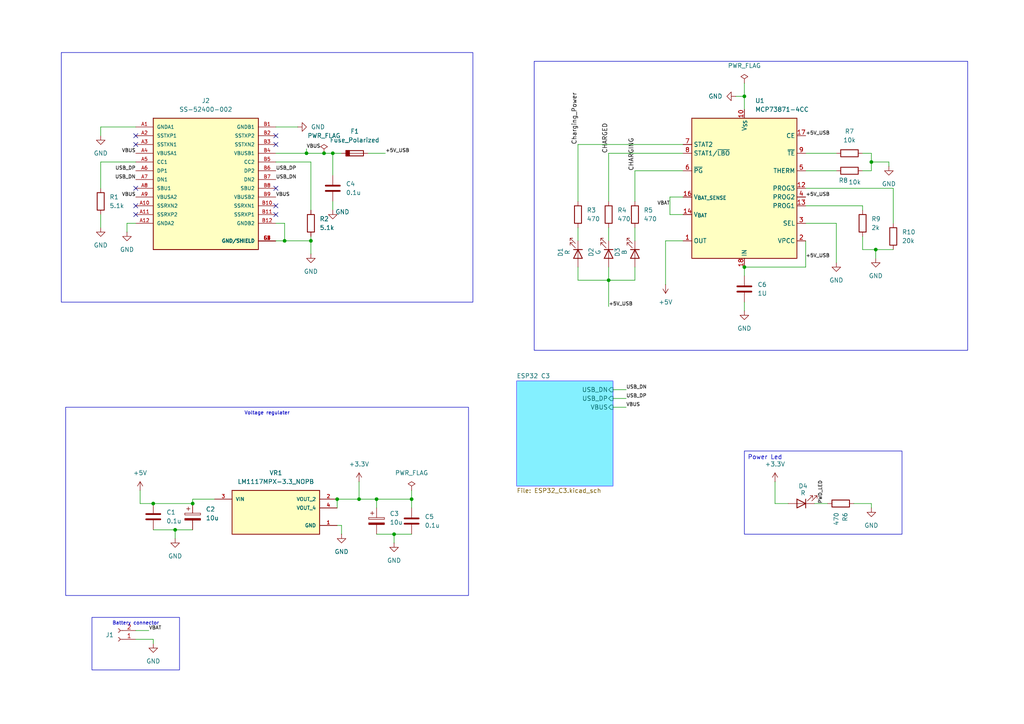
<source format=kicad_sch>
(kicad_sch (version 20250114) (generator "eeschema") (generator_version "9.0")
  (paper "A4")
  (title_block (title "ESp32  sensor boards") (date "2025-09-06"))
  (lib_symbols
    (symbol "Battery_Management:MCP73871-4CC"
      (property "Reference" "U" (at -7.62 24.13 0))
      (property "Value" "MCP73871-4CC" (at -15.24 21.59 0))
      (symbol "MCP73871-4CC_0_1"
        (rectangle (start -15.24 20.32) (end 15.24 -20.32) (stroke (width 0.254)) (fill (type background)))
      )
      (symbol "MCP73871-4CC_1_1"
        (pin input line (at -17.78 15.24 0) (length 2.54) (name "VPCC") (number "2"))
        (pin input line (at -17.78 10.16 0) (length 2.54) (name "SEL") (number "3"))
        (pin bidirectional line (at -17.78 5.08 0) (length 2.54) (name "PROG1") (number "13"))
        (pin input line (at -17.78 2.54 0) (length 2.54) (name "PROG2") (number "4"))
        (pin bidirectional line (at -17.78 0 0) (length 2.54) (name "PROG3") (number "12"))
        (pin bidirectional line (at -17.78 -5.08 0) (length 2.54) (name "THERM") (number "5"))
        (pin input line (at -17.78 -10.16 0) (length 2.54) (name "~{TE}") (number "9"))
        (pin input line (at -17.78 -15.24 0) (length 2.54) (name "CE") (number "17"))
        (pin power_in line (at 0 22.86 270) (length 2.54) (name "IN") (number "18"))
        (pin passive line (at 0 22.86 270) (length 2.54) (hide yes) (name "IN") (number "19"))
        (pin power_in line (at 0 -22.86 90) (length 2.54) (name "V_{SS}") (number "10"))
        (pin passive line (at 0 -22.86 90) (length 2.54) (hide yes) (name "V_{SS}") (number "11"))
        (pin passive line (at 0 -22.86 90) (length 2.54) (hide yes) (name "V_{SS}") (number "21"))
        (pin power_out line (at 17.78 15.24 180) (length 2.54) (name "OUT") (number "1"))
        (pin passive line (at 17.78 15.24 180) (length 2.54) (hide yes) (name "OUT") (number "20"))
        (pin power_out line (at 17.78 7.62 180) (length 2.54) (name "V_{BAT}") (number "14"))
        (pin passive line (at 17.78 7.62 180) (length 2.54) (hide yes) (name "V_{BAT}") (number "15"))
        (pin input line (at 17.78 2.54 180) (length 2.54) (name "V_{BAT_SENSE}") (number "16"))
        (pin open_collector line (at 17.78 -5.08 180) (length 2.54) (name "~{PG}") (number "6"))
        (pin open_collector line (at 17.78 -10.16 180) (length 2.54) (name "STAT1/~{LBO}") (number "8"))
        (pin open_collector line (at 17.78 -12.7 180) (length 2.54) (name "STAT2") (number "7"))
      )
    )
    (symbol "Connector:Conn_01x02_Socket" (pin_names (offset 1.016) (hide yes))
      (property "Reference" "J" (at 0 2.54 0))
      (property "Value" "Conn_01x02_Socket" (at 0 -5.08 0))
      (symbol "Conn_01x02_Socket_1_1"
        (polyline (pts (xy -1.27 0) (xy -0.508 0)) (stroke (width 0.1524)))
        (polyline (pts (xy -1.27 -2.54) (xy -0.508 -2.54)) (stroke (width 0.1524)))
        (arc (start 0 -0.508) (mid -0.5058 0) (end 0 0.508) (stroke (width 0.1524)))
        (arc (start 0 -3.048) (mid -0.5058 -2.54) (end 0 -2.032) (stroke (width 0.1524)))
        (pin passive line (at -5.08 0 0) (length 3.81) (name "Pin_1") (number "1"))
        (pin passive line (at -5.08 -2.54 0) (length 3.81) (name "Pin_2") (number "2"))
      )
    )
    (symbol "Device:C" (pin_numbers (hide yes)) (pin_names (offset 0.254))
      (property "Reference" "C" (at 0.635 2.54 0))
      (property "Value" "C" (at 0.635 -2.54 0))
      (symbol "C_0_1"
        (polyline (pts (xy -2.032 0.762) (xy 2.032 0.762)) (stroke (width 0.508)))
        (polyline (pts (xy -2.032 -0.762) (xy 2.032 -0.762)) (stroke (width 0.508)))
      )
      (symbol "C_1_1"
        (pin passive line (at 0 3.81 270) (length 2.794) (name "~") (number "1"))
        (pin passive line (at 0 -3.81 90) (length 2.794) (name "~") (number "2"))
      )
    )
    (symbol "Device:C_Polarized" (pin_numbers (hide yes)) (pin_names (offset 0.254))
      (property "Reference" "C" (at 0.635 2.54 0))
      (property "Value" "C_Polarized" (at 0.635 -2.54 0))
      (symbol "C_Polarized_0_1"
        (rectangle (start -2.286 0.508) (end 2.286 1.016))
        (polyline (pts (xy -1.778 2.286) (xy -0.762 2.286)))
        (polyline (pts (xy -1.27 2.794) (xy -1.27 1.778)))
        (rectangle (start 2.286 -0.508) (end -2.286 -1.016) (fill (type outline)))
      )
      (symbol "C_Polarized_1_1"
        (pin passive line (at 0 3.81 270) (length 2.794) (name "~") (number "1"))
        (pin passive line (at 0 -3.81 90) (length 2.794) (name "~") (number "2"))
      )
    )
    (symbol "Device:Fuse_Polarized" (pin_numbers (hide yes)) (pin_names (offset 0))
      (property "Reference" "F" (at 2.032 0 90))
      (property "Value" "Fuse_Polarized" (at -1.905 0 90))
      (symbol "Fuse_Polarized_0_1"
        (rectangle (start -0.762 2.54) (end 0.762 1.524) (stroke (width 0.254)) (fill (type outline)))
        (rectangle (start -0.762 -2.54) (end 0.762 2.54) (stroke (width 0.254)))
        (polyline (pts (xy 0 2.54) (xy 0 -2.54)))
      )
      (symbol "Fuse_Polarized_1_1"
        (pin power_in line (at 0 3.81 270) (length 1.27) (name "~") (number "1"))
        (pin power_out line (at 0 -3.81 90) (length 1.27) (name "~") (number "2"))
      )
    )
    (symbol "Device:LED" (pin_numbers (hide yes)) (pin_names (offset 1.016) (hide yes))
      (property "Reference" "D" (at 0 2.54 0))
      (property "Value" "LED" (at 0 -2.54 0))
      (symbol "LED_0_1"
        (polyline (pts (xy -3.048 -0.762) (xy -4.572 -2.286) (xy -3.81 -2.286) (xy -4.572 -2.286) (xy -4.572 -1.524)))
        (polyline (pts (xy -1.778 -0.762) (xy -3.302 -2.286) (xy -2.54 -2.286) (xy -3.302 -2.286) (xy -3.302 -1.524)))
        (polyline (pts (xy -1.27 0) (xy 1.27 0)))
        (polyline (pts (xy -1.27 -1.27) (xy -1.27 1.27)) (stroke (width 0.254)))
        (polyline (pts (xy 1.27 -1.27) (xy 1.27 1.27) (xy -1.27 0) (xy 1.27 -1.27)) (stroke (width 0.254)))
      )
      (symbol "LED_1_1"
        (pin passive line (at -3.81 0 0) (length 2.54) (name "K") (number "1"))
        (pin passive line (at 3.81 0 180) (length 2.54) (name "A") (number "2"))
      )
    )
    (symbol "Device:R" (pin_numbers (hide yes)) (pin_names (offset 0))
      (property "Reference" "R" (at 2.032 0 90))
      (property "Value" "R" (at 0 0 90))
      (symbol "R_0_1"
        (rectangle (start -1.016 -2.54) (end 1.016 2.54) (stroke (width 0.254)))
      )
      (symbol "R_1_1"
        (pin passive line (at 0 3.81 270) (length 1.27) (name "~") (number "1"))
        (pin passive line (at 0 -3.81 90) (length 1.27) (name "~") (number "2"))
      )
    )
    (symbol "LM1117MPX-3.3_NOPB:LM1117MPX-3.3_NOPB" (pin_names (offset 1.016))
      (property "Reference" "VR" (at -12.7 6.08 0))
      (property "Value" "LM1117MPX-3.3_NOPB" (at -12.7 -9.08 0))
      (symbol "LM1117MPX-3.3_NOPB_0_0"
        (rectangle (start -12.7 -7.62) (end 12.7 5.08) (stroke (width 0.254)) (fill (type background)))
        (pin input line (at -17.78 2.54 0) (length 5.08) (name "VIN") (number "3"))
        (pin output line (at 17.78 2.54 180) (length 5.08) (name "VOUT_2") (number "2"))
        (pin output line (at 17.78 0 180) (length 5.08) (name "VOUT_4") (number "4"))
        (pin power_in line (at 17.78 -5.08 180) (length 5.08) (name "GND") (number "1"))
      )
    )
    (symbol "SS-52400-002:SS-52400-002" (pin_names (offset 1.016))
      (property "Reference" "J" (at -15.24 19.05 0))
      (property "Value" "SS-52400-002" (at -15.24 -22.86 0))
      (symbol "SS-52400-002_0_0"
        (rectangle (start -15.24 -20.32) (end 15.24 17.78) (stroke (width 0.254)) (fill (type background)))
        (pin power_in line (at -20.32 15.24 0) (length 5.08) (name "GNDA1") (number "A1"))
        (pin bidirectional line (at -20.32 12.7 0) (length 5.08) (name "SSTXP1") (number "A2"))
        (pin bidirectional line (at -20.32 10.16 0) (length 5.08) (name "SSTXN1") (number "A3"))
        (pin power_in line (at -20.32 7.62 0) (length 5.08) (name "VBUSA1") (number "A4"))
        (pin bidirectional line (at -20.32 5.08 0) (length 5.08) (name "CC1") (number "A5"))
        (pin bidirectional line (at -20.32 2.54 0) (length 5.08) (name "DP1") (number "A6"))
        (pin bidirectional line (at -20.32 0 0) (length 5.08) (name "DN1") (number "A7"))
        (pin bidirectional line (at -20.32 -2.54 0) (length 5.08) (name "SBU1") (number "A8"))
        (pin power_in line (at -20.32 -5.08 0) (length 5.08) (name "VBUSA2") (number "A9"))
        (pin bidirectional line (at -20.32 -7.62 0) (length 5.08) (name "SSRXN2") (number "A10"))
        (pin bidirectional line (at -20.32 -10.16 0) (length 5.08) (name "SSRXP2") (number "A11"))
        (pin power_in line (at -20.32 -12.7 0) (length 5.08) (name "GNDA2") (number "A12"))
        (pin power_in line (at 20.32 15.24 180) (length 5.08) (name "GNDB1") (number "B1"))
        (pin bidirectional line (at 20.32 12.7 180) (length 5.08) (name "SSTXP2") (number "B2"))
        (pin bidirectional line (at 20.32 10.16 180) (length 5.08) (name "SSTXN2") (number "B3"))
        (pin power_in line (at 20.32 7.62 180) (length 5.08) (name "VBUSB1") (number "B4"))
        (pin bidirectional line (at 20.32 5.08 180) (length 5.08) (name "CC2") (number "B5"))
        (pin bidirectional line (at 20.32 2.54 180) (length 5.08) (name "DP2") (number "B6"))
        (pin bidirectional line (at 20.32 0 180) (length 5.08) (name "DN2") (number "B7"))
        (pin bidirectional line (at 20.32 -2.54 180) (length 5.08) (name "SBU2") (number "B8"))
        (pin power_in line (at 20.32 -5.08 180) (length 5.08) (name "VBUSB2") (number "B9"))
        (pin bidirectional line (at 20.32 -7.62 180) (length 5.08) (name "SSRXN1") (number "B10"))
        (pin bidirectional line (at 20.32 -10.16 180) (length 5.08) (name "SSRXP1") (number "B11"))
        (pin power_in line (at 20.32 -12.7 180) (length 5.08) (name "GNDB2") (number "B12"))
        (pin power_in line (at 20.32 -17.78 180) (length 5.08) (name "GND/SHIELD") (number "G1"))
        (pin power_in line (at 20.32 -17.78 180) (length 5.08) (name "GND/SHIELD") (number "G2"))
        (pin power_in line (at 20.32 -17.78 180) (length 5.08) (name "GND/SHIELD") (number "G3"))
        (pin power_in line (at 20.32 -17.78 180) (length 5.08) (name "GND/SHIELD") (number "G4"))
        (pin power_in line (at 20.32 -17.78 180) (length 5.08) (name "GND/SHIELD") (number "S1"))
        (pin power_in line (at 20.32 -17.78 180) (length 5.08) (name "GND/SHIELD") (number "S2"))
        (pin power_in line (at 20.32 -17.78 180) (length 5.08) (name "GND/SHIELD") (number "S3"))
        (pin power_in line (at 20.32 -17.78 180) (length 5.08) (name "GND/SHIELD") (number "S4"))
      )
    )
    (symbol "power:+3.3V" (power) (pin_numbers (hide yes)) (pin_names (offset 0) (hide yes))
      (property "Value" "+3.3V" (at 0 3.556 0))
      (symbol "+3.3V_0_1"
        (polyline (pts (xy -0.762 1.27) (xy 0 2.54)))
        (polyline (pts (xy 0 2.54) (xy 0.762 1.27)))
        (polyline (pts (xy 0 0) (xy 0 2.54)))
      )
      (symbol "+3.3V_1_1"
        (pin power_in line (at 0 0 90) (length 0) (name "~") (number "1"))
      )
    )
    (symbol "power:+5V" (power) (pin_numbers (hide yes)) (pin_names (offset 0) (hide yes))
      (property "Value" "+5V" (at 0 3.556 0))
      (symbol "+5V_0_1"
        (polyline (pts (xy -0.762 1.27) (xy 0 2.54)))
        (polyline (pts (xy 0 2.54) (xy 0.762 1.27)))
        (polyline (pts (xy 0 0) (xy 0 2.54)))
      )
      (symbol "+5V_1_1"
        (pin power_in line (at 0 0 90) (length 0) (name "~") (number "1"))
      )
    )
    (symbol "power:GND" (power) (pin_numbers (hide yes)) (pin_names (offset 0) (hide yes))
      (property "Value" "GND" (at 0 -3.81 0))
      (symbol "GND_0_1"
        (polyline (pts (xy 0 0) (xy 0 -1.27) (xy 1.27 -1.27) (xy 0 -2.54) (xy -1.27 -1.27) (xy 0 -1.27)))
      )
      (symbol "GND_1_1"
        (pin power_in line (at 0 0 270) (length 0) (name "~") (number "1"))
      )
    )
    (symbol "power:PWR_FLAG" (power) (pin_numbers (hide yes)) (pin_names (offset 0) (hide yes))
      (property "Value" "PWR_FLAG" (at 0 3.81 0))
      (symbol "PWR_FLAG_0_0"
        (pin power_out line (at 0 0 90) (length 0) (name "~") (number "1"))
      )
      (symbol "PWR_FLAG_0_1"
        (polyline (pts (xy 0 0) (xy 0 1.27) (xy -1.016 1.905) (xy 0 2.54) (xy 1.016 1.905) (xy 0 1.27)))
      )
    )
  )
  (text_box "Power Led " (at 215.9 130.81 0) (size 45.72 24.13) (margins 0.9525 0.9525 0.9525 0.9525) (effects (font (size 1.27 1.27)) (justify left top)))
  (text_box "Voltage regulater" (at 19.05 118.11 0) (size 116.84 54.61) (margins 0.9525 0.9525 0.9525 0.9525) (effects (font (size 1 1)) (justify top)))
  (text_box "Battery connector" (exclude_from_sim yes) (at 26.67 179.07 0) (size 25.4 15.24) (margins 0.9525 0.9525 0.9525 0.9525) (effects (font (size 1 1)) (justify top)))
  (text_box "" (at 154.94 17.78 0) (size 125.73 83.82) (margins 0.9525 0.9525 0.9525 0.9525) (effects (font (size 1.27 1.27)) (justify left top)))
  (text_box "" (at 17.78 15.24 0) (size 119.38 72.39) (margins 0.9525 0.9525 0.9525 0.9525) (effects (font (size 1.27 1.27)) (justify left top)))
  (junction (at 254 72.39))
  (junction (at 90.17 69.85))
  (junction (at 114.3 154.94))
  (junction (at 93.98 44.45))
  (junction (at 215.9 27.94))
  (junction (at 176.53 81.28))
  (junction (at 215.9 77.47))
  (junction (at 97.79 144.78))
  (junction (at 96.52 44.45))
  (junction (at 82.55 69.85))
  (junction (at 119.38 144.78))
  (junction (at 88.9 44.45))
  (junction (at 109.22 144.78))
  (junction (at 252.73 46.99))
  (junction (at 50.8 153.67))
  (junction (at 44.45 146.05))
  (junction (at 55.88 146.05))
  (junction (at 104.14 144.78))
  (no_connect (at 39.37 41.91))
  (no_connect (at 80.01 41.91))
  (no_connect (at 80.01 54.61))
  (no_connect (at 39.37 39.37))
  (no_connect (at 80.01 39.37))
  (no_connect (at 39.37 62.23))
  (no_connect (at 80.01 62.23))
  (no_connect (at 39.37 59.69))
  (no_connect (at 80.01 59.69))
  (no_connect (at 39.37 54.61))
  (wire (pts (xy 99.06 152.4) (xy 99.06 154.94)))
  (wire (pts (xy 176.53 81.28) (xy 176.53 88.9)))
  (wire (pts (xy 96.52 58.42) (xy 96.52 60.96)))
  (wire (pts (xy 104.14 139.7) (xy 104.14 144.78)))
  (wire (pts (xy 242.57 64.77) (xy 242.57 76.2)))
  (wire (pts (xy 39.37 185.42) (xy 44.45 185.42)))
  (wire (pts (xy 88.9 43.18) (xy 88.9 44.45)))
  (wire (pts (xy 233.68 64.77) (xy 242.57 64.77)))
  (wire (pts (xy 119.38 144.78) (xy 109.22 144.78)))
  (wire (pts (xy 177.8 113.03) (xy 181.61 113.03)))
  (wire (pts (xy 215.9 27.94) (xy 213.36 27.94)))
  (wire (pts (xy 96.52 44.45) (xy 96.52 50.8)))
  (wire (pts (xy 88.9 44.45) (xy 93.98 44.45)))
  (wire (pts (xy 90.17 60.96) (xy 90.17 46.99)))
  (wire (pts (xy 254 72.39) (xy 250.19 72.39)))
  (wire (pts (xy 254 72.39) (xy 254 74.93)))
  (wire (pts (xy 29.21 46.99) (xy 39.37 46.99)))
  (wire (pts (xy 97.79 144.78) (xy 97.79 147.32)))
  (wire (pts (xy 252.73 49.53) (xy 252.73 46.99)))
  (wire (pts (xy 176.53 77.47) (xy 176.53 81.28)))
  (wire (pts (xy 250.19 68.58) (xy 250.19 72.39)))
  (wire (pts (xy 167.64 41.91) (xy 198.12 41.91)))
  (wire (pts (xy 40.64 146.05) (xy 44.45 146.05)))
  (wire (pts (xy 97.79 144.78) (xy 104.14 144.78)))
  (wire (pts (xy 55.88 144.78) (xy 55.88 146.05)))
  (wire (pts (xy 82.55 64.77) (xy 82.55 69.85)))
  (wire (pts (xy 80.01 44.45) (xy 88.9 44.45)))
  (wire (pts (xy 82.55 69.85) (xy 90.17 69.85)))
  (wire (pts (xy 29.21 62.23) (xy 29.21 66.04)))
  (wire (pts (xy 233.68 49.53) (xy 242.57 49.53)))
  (wire (pts (xy 252.73 46.99) (xy 252.73 44.45)))
  (wire (pts (xy 62.23 144.78) (xy 55.88 144.78)))
  (wire (pts (xy 114.3 154.94) (xy 119.38 154.94)))
  (wire (pts (xy 215.9 77.47) (xy 233.68 77.47)))
  (wire (pts (xy 193.04 69.85) (xy 193.04 82.55)))
  (wire (pts (xy 90.17 68.58) (xy 90.17 69.85)))
  (wire (pts (xy 167.64 77.47) (xy 167.64 81.28)))
  (wire (pts (xy 252.73 146.05) (xy 252.73 147.32)))
  (wire (pts (xy 254 72.39) (xy 259.08 72.39)))
  (wire (pts (xy 177.8 118.11) (xy 181.61 118.11)))
  (wire (pts (xy 44.45 185.42) (xy 44.45 186.69)))
  (wire (pts (xy 36.83 64.77) (xy 39.37 64.77)))
  (wire (pts (xy 119.38 142.24) (xy 119.38 144.78)))
  (wire (pts (xy 257.81 48.26) (xy 257.81 46.99)))
  (wire (pts (xy 119.38 147.32) (xy 119.38 144.78)))
  (wire (pts (xy 29.21 36.83) (xy 39.37 36.83)))
  (wire (pts (xy 106.68 44.45) (xy 111.76 44.45)))
  (wire (pts (xy 29.21 54.61) (xy 29.21 46.99)))
  (wire (pts (xy 167.64 66.04) (xy 167.64 69.85)))
  (wire (pts (xy 215.9 24.13) (xy 215.9 27.94)))
  (wire (pts (xy 90.17 69.85) (xy 90.17 73.66)))
  (wire (pts (xy 167.64 81.28) (xy 176.53 81.28)))
  (wire (pts (xy 215.9 31.75) (xy 215.9 27.94)))
  (wire (pts (xy 90.17 46.99) (xy 80.01 46.99)))
  (wire (pts (xy 109.22 144.78) (xy 104.14 144.78)))
  (wire (pts (xy 50.8 153.67) (xy 50.8 156.21)))
  (wire (pts (xy 259.08 64.77) (xy 259.08 54.61)))
  (wire (pts (xy 215.9 87.63) (xy 215.9 90.17)))
  (wire (pts (xy 177.8 115.57) (xy 181.61 115.57)))
  (wire (pts (xy 233.68 44.45) (xy 242.57 44.45)))
  (wire (pts (xy 198.12 62.23) (xy 194.31 62.23)))
  (wire (pts (xy 176.53 44.45) (xy 198.12 44.45)))
  (wire (pts (xy 40.64 142.24) (xy 40.64 146.05)))
  (wire (pts (xy 36.83 67.31) (xy 36.83 64.77)))
  (wire (pts (xy 184.15 49.53) (xy 198.12 49.53)))
  (wire (pts (xy 109.22 154.94) (xy 114.3 154.94)))
  (wire (pts (xy 93.98 44.45) (xy 96.52 44.45)))
  (wire (pts (xy 29.21 39.37) (xy 29.21 36.83)))
  (wire (pts (xy 252.73 44.45) (xy 250.19 44.45)))
  (wire (pts (xy 194.31 57.15) (xy 198.12 57.15)))
  (wire (pts (xy 80.01 69.85) (xy 82.55 69.85)))
  (wire (pts (xy 198.12 69.85) (xy 193.04 69.85)))
  (wire (pts (xy 184.15 77.47) (xy 184.15 81.28)))
  (wire (pts (xy 250.19 49.53) (xy 252.73 49.53)))
  (wire (pts (xy 184.15 58.42) (xy 184.15 49.53)))
  (wire (pts (xy 233.68 59.69) (xy 250.19 59.69)))
  (wire (pts (xy 39.37 182.88) (xy 43.18 182.88)))
  (wire (pts (xy 259.08 54.61) (xy 233.68 54.61)))
  (wire (pts (xy 233.68 69.85) (xy 233.68 77.47)))
  (wire (pts (xy 44.45 153.67) (xy 50.8 153.67)))
  (wire (pts (xy 50.8 153.67) (xy 55.88 153.67)))
  (wire (pts (xy 80.01 36.83) (xy 86.36 36.83)))
  (wire (pts (xy 114.3 154.94) (xy 114.3 157.48)))
  (wire (pts (xy 176.53 44.45) (xy 176.53 58.42)))
  (wire (pts (xy 257.81 46.99) (xy 252.73 46.99)))
  (wire (pts (xy 176.53 81.28) (xy 184.15 81.28)))
  (wire (pts (xy 215.9 77.47) (xy 215.9 80.01)))
  (wire (pts (xy 176.53 66.04) (xy 176.53 69.85)))
  (wire (pts (xy 247.65 146.05) (xy 252.73 146.05)))
  (wire (pts (xy 250.19 59.69) (xy 250.19 60.96)))
  (wire (pts (xy 184.15 66.04) (xy 184.15 69.85)))
  (wire (pts (xy 228.6 146.05) (xy 224.79 146.05)))
  (wire (pts (xy 97.79 152.4) (xy 99.06 152.4)))
  (wire (pts (xy 224.79 139.7) (xy 224.79 146.05)))
  (wire (pts (xy 96.52 44.45) (xy 99.06 44.45)))
  (wire (pts (xy 236.22 146.05) (xy 240.03 146.05)))
  (wire (pts (xy 109.22 144.78) (xy 109.22 147.32)))
  (wire (pts (xy 80.01 64.77) (xy 82.55 64.77)))
  (wire (pts (xy 167.64 58.42) (xy 167.64 41.91)))
  (wire (pts (xy 44.45 146.05) (xy 55.88 146.05)))
  (wire (pts (xy 194.31 62.23) (xy 194.31 57.15)))
  (label "USB_DP" (at 181.61 115.57 0) (effects (font (size 1 1))))
  (label "+5V_USB" (at 233.68 74.93 0) (effects (font (size 1 1))))
  (label "USB_DP" (at 39.37 49.53 180) (effects (font (size 1 1))))
  (label "+5V_USB" (at 233.68 57.15 0) (effects (font (size 1 1))))
  (label "VBAT" (at 194.31 59.69 180) (effects (font (size 1 1))))
  (label "VBUS" (at 39.37 57.15 180) (effects (font (size 1 1))))
  (label "+5V_USB" (at 176.53 88.9 0) (effects (font (size 1 1))))
  (label "VBUS" (at 80.01 57.15 0) (effects (font (size 1 1))))
  (label "CHARGED" (at 176.53 44.45 90))
  (label "USB_DN" (at 39.37 52.07 180) (effects (font (size 1 1))))
  (label "Charging_Power" (at 167.64 41.91 90))
  (label "VBUS" (at 181.61 118.11 0) (effects (font (size 1 1))))
  (label "VBUS" (at 88.9 43.18 0) (effects (font (size 1 1))))
  (label "CHARGING" (at 184.15 49.53 90))
  (label "USB_DN" (at 181.61 113.03 0) (effects (font (size 1 1))))
  (label "+5V_USB" (at 111.76 44.45 0) (effects (font (size 1 1))))
  (label "USB_DP" (at 80.01 49.53 0) (effects (font (size 1 1))))
  (label "+5V_USB" (at 233.68 39.37 0) (effects (font (size 1 1))))
  (label "PWD_LED" (at 238.76 146.05 90) (effects (font (size 1 1))))
  (label "VBUS" (at 39.37 44.45 180) (effects (font (size 1 1))))
  (label "VBAT" (at 43.18 182.88 0) (effects (font (size 1 1))))
  (label "USB_DN" (at 80.01 52.07 0) (effects (font (size 1 1))))
  (symbol (lib_id "power:PWR_FLAG") (at 215.9 24.13 0) (unit 1)
    (property "Reference" "#FLG0102" (effects (hide yes)))
    (property "Value" "PWR_FLAG" (at 215.9 19.05 0))
    (property "Description" "Special symbol for telling ERC where power comes from" (effects (hide yes)))
  )
  (symbol (lib_id "power:+3.3V") (at 104.14 139.7 0) (unit 1)
    (property "Reference" "#PWR0110" (effects (hide yes)))
    (property "Value" "+3.3V" (at 104.14 134.62 0))
    (property "Description" "Power symbol creates a global label with name \"+3.3V\"" (effects (hide yes)))
  )
  (symbol (lib_id "Device:LED") (at 232.41 146.05 180) (unit 1)
    (property "Reference" "D4" (at 232.918 140.97 0))
    (property "Value" "R" (at 232.918 143.002 0))
    (property "Footprint" "LED_SMD:LED_0805_2012Metric" (effects (hide yes)))
    (property "Description" "Light emitting diode" (effects (hide yes)))
    (property "Sim.Pins" "1=K 2=A" (effects (hide yes)))
  )
  (symbol (lib_id "Device:R") (at 29.21 58.42 0) (unit 1)
    (property "Reference" "R1" (at 31.75 57.1499 0) (effects (justify left)))
    (property "Value" "5.1k" (at 31.75 59.6899 0) (effects (justify left)))
    (property "Footprint" "Resistor_SMD:R_0805_2012Metric_Pad1.20x1.40mm_HandSolder" (effects (hide yes)))
    (property "Description" "Resistor" (effects (hide yes)))
  )
  (symbol (lib_id "Device:C") (at 96.52 54.61 0) (unit 1)
    (property "Reference" "C4" (at 100.33 53.3399 0) (effects (justify left)))
    (property "Value" "0.1u" (at 100.33 55.8799 0) (effects (justify left)))
    (property "Footprint" "Capacitor_SMD:C_0805_2012Metric" (effects (hide yes)))
    (property "Description" "Unpolarized capacitor" (effects (hide yes)))
  )
  (symbol (lib_id "Device:R") (at 167.64 62.23 0) (unit 1)
    (property "Reference" "R3" (at 170.18 60.9599 0) (effects (justify left)))
    (property "Value" "470" (at 170.18 63.4999 0) (effects (justify left)))
    (property "Footprint" "Resistor_SMD:R_0805_2012Metric_Pad1.20x1.40mm_HandSolder" (effects (hide yes)))
    (property "Description" "Resistor" (effects (hide yes)))
  )
  (symbol (lib_id "Device:Fuse_Polarized") (at 102.87 44.45 90) (unit 1)
    (property "Reference" "F1" (at 102.87 38.1 90))
    (property "Value" "Fuse_Polarized" (at 102.87 40.64 90))
    (property "Footprint" "Fuse:Fuse_1206_3216Metric" (effects (hide yes)))
    (property "Description" "Polarized fuse" (effects (hide yes)))
  )
  (symbol (lib_id "Device:C_Polarized") (at 55.88 149.86 0) (unit 1)
    (property "Reference" "C2" (at 59.69 147.7009 0) (effects (justify left)))
    (property "Value" "10u" (at 59.69 150.2409 0) (effects (justify left)))
    (property "Footprint" "Capacitor_Tantalum_SMD:CP_EIA-2012-15_AVX-P_HandSolder" (effects (hide yes)))
    (property "Description" "Polarized capacitor" (effects (hide yes)))
  )
  (symbol (lib_id "Connector:Conn_01x02_Socket") (at 34.29 185.42 180) (unit 1)
    (property "Reference" "J1" (at 33.02 184.1501 0) (effects (justify left)))
    (property "Value" "Conn_01x02_Socket" (effects (hide yes)))
    (property "Footprint" "Connector_JST:JST_EH_B2B-EH-A_1x02_P2.50mm_Vertical" (effects (hide yes)))
    (property "Description" "Generic connector, single row, 01x02, script generated" (effects (hide yes)))
  )
  (symbol (lib_id "power:+5V") (at 40.64 142.24 0) (unit 1)
    (property "Reference" "#PWR0107" (effects (hide yes)))
    (property "Value" "+5V" (at 40.64 137.16 0))
    (property "Description" "Power symbol creates a global label with name \"+5V\"" (effects (hide yes)))
  )
  (symbol (lib_id "Battery_Management:MCP73871-4CC") (at 215.9 54.61 180) (unit 1)
    (property "Reference" "U1" (at 219.0181 29.21 0) (effects (justify right)))
    (property "Value" "MCP73871-4CC" (at 219.0181 31.75 0) (effects (justify right)))
    (property "Footprint" "Package_DFN_QFN:QFN-20-1EP_4x4mm_P0.5mm_EP2.5x2.5mm" (effects (hide yes)))
    (property "Datasheet" "http://www.mouser.com/ds/2/268/22090a-52174.pdf" (effects (hide yes)))
    (property "Description" "Single cell, Li-Ion/Li-Po charge management controller, 4.40V, 6h safety timer, 3.1V LBO threshold" (effects (hide yes)))
  )
  (symbol (lib_id "Device:LED") (at 184.15 73.66 270) (unit 1)
    (property "Reference" "D3" (at 179.07 73.152 0))
    (property "Value" "B" (at 181.102 73.152 0))
    (property "Footprint" "LED_SMD:LED_0805_2012Metric" (effects (hide yes)))
    (property "Description" "Light emitting diode" (effects (hide yes)))
    (property "Sim.Pins" "1=K 2=A" (effects (hide yes)))
  )
  (symbol (lib_id "power:GND") (at 257.81 48.26 0) (unit 1)
    (property "Reference" "#PWR0118" (effects (hide yes)))
    (property "Value" "GND" (at 257.81 53.34 0))
    (property "Description" "Power symbol creates a global label with name \"GND\" , ground" (effects (hide yes)))
  )
  (symbol (lib_id "Device:C_Polarized") (at 109.22 151.13 0) (unit 1)
    (property "Reference" "C3" (at 113.03 148.9709 0) (effects (justify left)))
    (property "Value" "10u" (at 113.03 151.5109 0) (effects (justify left)))
    (property "Footprint" "Capacitor_Tantalum_SMD:CP_EIA-2012-15_AVX-P_HandSolder" (effects (hide yes)))
    (property "Description" "Polarized capacitor" (effects (hide yes)))
  )
  (symbol (lib_id "SS-52400-002:SS-52400-002") (at 59.69 52.07 0) (unit 1)
    (property "Reference" "J2" (at 59.69 29.21 0))
    (property "Value" "SS-52400-002" (at 59.69 31.75 0))
    (property "Footprint" "SS-52400-002:BELFUSE_SS-52400-002" (effects (hide yes)))
    (property "MF" "Stewart Connector" (effects (hide yes)))
    (property "MAXIMUM_PACKAGE_HEIGHT" "2.96 mm" (effects (hide yes)))
    (property "Package" "None" (effects (hide yes)))
    (property "Price" "None" (effects (hide yes)))
    (property "Check_prices" "https://www.snapeda.com/parts/SS-52400-002/Stewart+Connector/view-part/?ref=eda" (effects (hide yes)))
    (property "STANDARD" "Manufacturer Recommendations" (effects (hide yes)))
    (property "PARTREV" "A0" (effects (hide yes)))
    (property "SnapEDA_Link" "https://www.snapeda.com/parts/SS-52400-002/Stewart+Connector/view-part/?ref=snap" (effects (hide yes)))
    (property "MP" "SS-52400-002" (effects (hide yes)))
    (property "Description_1" "USB Type-C Connector | USB 3.1 | 1 Port | Right Angle Receptacle | Shielded | 0.039 in (1.00mm) PCB Thickness" (effects (hide yes)))
    (property "Availability" "In Stock" (effects (hide yes)))
    (property "MANUFACTURER" "BelFuse" (effects (hide yes)))
  )
  (symbol (lib_id "power:GND") (at 29.21 66.04 0) (unit 1)
    (property "Reference" "#PWR0113" (effects (hide yes)))
    (property "Value" "GND" (at 29.21 71.12 0))
    (property "Description" "Power symbol creates a global label with name \"GND\" , ground" (effects (hide yes)))
  )
  (symbol (lib_id "power:GND") (at 99.06 154.94 0) (unit 1)
    (property "Reference" "#PWR0108" (effects (hide yes)))
    (property "Value" "GND" (at 99.06 160.02 0))
    (property "Description" "Power symbol creates a global label with name \"GND\" , ground" (effects (hide yes)))
  )
  (symbol (lib_id "power:GND") (at 242.57 76.2 0) (unit 1)
    (property "Reference" "#PWR01" (effects (hide yes)))
    (property "Value" "GND" (at 242.57 81.28 0))
    (property "Description" "Power symbol creates a global label with name \"GND\" , ground" (effects (hide yes)))
  )
  (symbol (lib_id "LM1117MPX-3.3_NOPB:LM1117MPX-3.3_NOPB") (at 80.01 147.32 0) (unit 1)
    (property "Reference" "VR1" (at 80.01 137.16 0))
    (property "Value" "LM1117MPX-3.3_NOPB" (at 80.01 139.7 0))
    (property "Footprint" "LM1117MPX-3.3_NOPB:VREG_LM1117MPX-3.3_NOPB" (effects (hide yes)))
    (property "MF" "ON Semiconductor" (effects (hide yes)))
    (property "MAXIMUM_PACKAGE_HEIGHT" "1.80 mm" (effects (hide yes)))
    (property "Package" "SOT-223-4 ON Semiconductor" (effects (hide yes)))
    (property "Price" "None" (effects (hide yes)))
    (property "Check_prices" "https://www.snapeda.com/parts/LM1117MPX-33NOPB/Onsemi/view-part/?ref=eda" (effects (hide yes)))
    (property "STANDARD" "Manufacturer Recommendation" (effects (hide yes)))
    (property "PARTREV" "O" (effects (hide yes)))
    (property "SnapEDA_Link" "https://www.snapeda.com/parts/LM1117MPX-33NOPB/Onsemi/view-part/?ref=snap" (effects (hide yes)))
    (property "MP" "LM1117MPX-33NOPB" (effects (hide yes)))
    (property "Description_1" "Linear Voltage Regulator IC Positive Fixed 1 Output  800mA SOT-223" (effects (hide yes)))
    (property "Availability" "In Stock" (effects (hide yes)))
    (property "MANUFACTURER" "Texas Instruments" (effects (hide yes)))
  )
  (symbol (lib_id "power:GND") (at 29.21 39.37 0) (unit 1)
    (property "Reference" "#PWR0114" (effects (hide yes)))
    (property "Value" "GND" (at 29.21 44.45 0))
    (property "Description" "Power symbol creates a global label with name \"GND\" , ground" (effects (hide yes)))
  )
  (symbol (lib_id "Device:R") (at 176.53 62.23 0) (unit 1)
    (property "Reference" "R4" (at 179.07 60.9599 0) (effects (justify left)))
    (property "Value" "470" (at 179.07 63.4999 0) (effects (justify left)))
    (property "Footprint" "Resistor_SMD:R_0805_2012Metric_Pad1.20x1.40mm_HandSolder" (effects (hide yes)))
    (property "Description" "Resistor" (effects (hide yes)))
  )
  (symbol (lib_id "Device:R") (at 243.84 146.05 270) (unit 1)
    (property "Reference" "R6" (at 245.1101 148.59 0) (effects (justify left)))
    (property "Value" "470" (at 242.5701 148.59 0) (effects (justify left)))
    (property "Footprint" "Resistor_SMD:R_0805_2012Metric_Pad1.20x1.40mm_HandSolder" (effects (hide yes)))
    (property "Description" "Resistor" (effects (hide yes)))
  )
  (symbol (lib_id "power:GND") (at 252.73 147.32 0) (unit 1)
    (property "Reference" "#PWR0101" (effects (hide yes)))
    (property "Value" "GND" (at 252.73 152.4 0))
    (property "Description" "Power symbol creates a global label with name \"GND\" , ground" (effects (hide yes)))
  )
  (symbol (lib_id "power:GND") (at 50.8 156.21 0) (unit 1)
    (property "Reference" "#PWR0117" (effects (hide yes)))
    (property "Value" "GND" (at 50.8 161.29 0))
    (property "Description" "Power symbol creates a global label with name \"GND\" , ground" (effects (hide yes)))
  )
  (symbol (lib_id "power:PWR_FLAG") (at 93.98 44.45 0) (unit 1)
    (property "Reference" "#FLG02" (effects (hide yes)))
    (property "Value" "PWR_FLAG" (at 93.98 39.37 0))
    (property "Description" "Special symbol for telling ERC where power comes from" (effects (hide yes)))
  )
  (symbol (lib_id "Device:R") (at 90.17 64.77 0) (unit 1)
    (property "Reference" "R2" (at 92.71 63.4999 0) (effects (justify left)))
    (property "Value" "5.1k" (at 92.71 66.0399 0) (effects (justify left)))
    (property "Footprint" "Resistor_SMD:R_0805_2012Metric_Pad1.20x1.40mm_HandSolder" (effects (hide yes)))
    (property "Description" "Resistor" (effects (hide yes)))
  )
  (symbol (lib_id "Device:C") (at 119.38 151.13 0) (unit 1)
    (property "Reference" "C5" (at 123.19 149.8599 0) (effects (justify left)))
    (property "Value" "0.1u" (at 123.19 152.3999 0) (effects (justify left)))
    (property "Footprint" "Capacitor_SMD:C_0805_2012Metric" (effects (hide yes)))
    (property "Description" "Unpolarized capacitor" (effects (hide yes)))
  )
  (symbol (lib_id "Device:R") (at 246.38 49.53 90) (unit 1)
    (property "Reference" "R8" (at 244.602 52.324 90))
    (property "Value" "10k" (at 247.904 52.832 90))
    (property "Footprint" "Resistor_SMD:R_0805_2012Metric_Pad1.20x1.40mm_HandSolder" (effects (hide yes)))
    (property "Description" "Resistor" (effects (hide yes)))
  )
  (symbol (lib_id "power:GND") (at 254 74.93 0) (unit 1)
    (property "Reference" "#PWR0104" (effects (hide yes)))
    (property "Value" "GND" (at 254 80.01 0))
    (property "Description" "Power symbol creates a global label with name \"GND\" , ground" (effects (hide yes)))
  )
  (symbol (lib_id "Device:R") (at 246.38 44.45 90) (unit 1)
    (property "Reference" "R7" (at 246.38 38.1 90))
    (property "Value" "10k" (at 246.38 40.64 90))
    (property "Footprint" "Resistor_SMD:R_0805_2012Metric_Pad1.20x1.40mm_HandSolder" (effects (hide yes)))
    (property "Description" "Resistor" (effects (hide yes)))
  )
  (symbol (lib_id "power:PWR_FLAG") (at 119.38 142.24 0) (unit 1)
    (property "Reference" "#FLG0101" (effects (hide yes)))
    (property "Value" "PWR_FLAG" (at 119.38 137.16 0))
    (property "Description" "Special symbol for telling ERC where power comes from" (effects (hide yes)))
  )
  (symbol (lib_id "power:GND") (at 215.9 90.17 0) (unit 1)
    (property "Reference" "#PWR0105" (effects (hide yes)))
    (property "Value" "GND" (at 215.9 95.25 0))
    (property "Description" "Power symbol creates a global label with name \"GND\" , ground" (effects (hide yes)))
  )
  (symbol (lib_id "power:GND") (at 96.52 60.96 0) (unit 1)
    (property "Reference" "#PWR0106" (effects (hide yes)))
    (property "Value" "GND" (at 99.314 61.468 0))
    (property "Description" "Power symbol creates a global label with name \"GND\" , ground" (effects (hide yes)))
  )
  (symbol (lib_id "power:+5V") (at 193.04 82.55 180) (unit 1)
    (property "Reference" "#PWR0103" (effects (hide yes)))
    (property "Value" "+5V" (at 193.04 87.63 0))
    (property "Description" "Power symbol creates a global label with name \"+5V\"" (effects (hide yes)))
  )
  (symbol (lib_id "power:+3.3V") (at 224.79 139.7 0) (unit 1)
    (property "Reference" "#PWR0102" (effects (hide yes)))
    (property "Value" "+3.3V" (at 224.79 134.62 0))
    (property "Description" "Power symbol creates a global label with name \"+3.3V\"" (effects (hide yes)))
  )
  (symbol (lib_id "Device:LED") (at 167.64 73.66 270) (unit 1)
    (property "Reference" "D1" (at 162.56 73.152 0))
    (property "Value" "R" (at 164.592 73.152 0))
    (property "Footprint" "LED_SMD:LED_0805_2012Metric" (effects (hide yes)))
    (property "Description" "Light emitting diode" (effects (hide yes)))
    (property "Sim.Pins" "1=K 2=A" (effects (hide yes)))
  )
  (symbol (lib_id "power:GND") (at 114.3 157.48 0) (unit 1)
    (property "Reference" "#PWR0109" (effects (hide yes)))
    (property "Value" "GND" (at 114.3 162.56 0))
    (property "Description" "Power symbol creates a global label with name \"GND\" , ground" (effects (hide yes)))
  )
  (symbol (lib_id "Device:C") (at 215.9 83.82 0) (unit 1)
    (property "Reference" "C6" (at 219.71 82.5499 0) (effects (justify left)))
    (property "Value" "1U" (at 219.71 85.0899 0) (effects (justify left)))
    (property "Footprint" "Capacitor_SMD:C_0805_2012Metric" (effects (hide yes)))
    (property "Description" "Unpolarized capacitor" (effects (hide yes)))
  )
  (symbol (lib_id "power:GND") (at 86.36 36.83 90) (unit 1)
    (property "Reference" "#PWR0112" (effects (hide yes)))
    (property "Value" "GND" (at 90.17 36.8299 90) (effects (justify right)))
    (property "Description" "Power symbol creates a global label with name \"GND\" , ground" (effects (hide yes)))
  )
  (symbol (lib_id "power:GND") (at 44.45 186.69 0) (unit 1)
    (property "Reference" "#PWR0116" (effects (hide yes)))
    (property "Value" "GND" (at 44.45 191.77 0))
    (property "Description" "Power symbol creates a global label with name \"GND\" , ground" (effects (hide yes)))
  )
  (symbol (lib_id "power:GND") (at 213.36 27.94 270) (unit 1)
    (property "Reference" "#PWR0119" (effects (hide yes)))
    (property "Value" "GND" (at 209.55 27.9399 90) (effects (justify right)))
    (property "Description" "Power symbol creates a global label with name \"GND\" , ground" (effects (hide yes)))
  )
  (symbol (lib_id "Device:LED") (at 176.53 73.66 270) (unit 1)
    (property "Reference" "D2" (at 171.45 73.152 0))
    (property "Value" "G" (at 173.482 73.152 0))
    (property "Footprint" "LED_SMD:LED_0805_2012Metric" (effects (hide yes)))
    (property "Description" "Light emitting diode" (effects (hide yes)))
    (property "Sim.Pins" "1=K 2=A" (effects (hide yes)))
  )
  (symbol (lib_id "Device:R") (at 184.15 62.23 0) (unit 1)
    (property "Reference" "R5" (at 186.69 60.9599 0) (effects (justify left)))
    (property "Value" "470" (at 186.69 63.4999 0) (effects (justify left)))
    (property "Footprint" "Resistor_SMD:R_0805_2012Metric_Pad1.20x1.40mm_HandSolder" (effects (hide yes)))
    (property "Description" "Resistor" (effects (hide yes)))
  )
  (symbol (lib_id "Device:C") (at 44.45 149.86 0) (unit 1)
    (property "Reference" "C1" (at 48.26 148.5899 0) (effects (justify left)))
    (property "Value" "0.1u" (at 48.26 151.1299 0) (effects (justify left)))
    (property "Footprint" "Capacitor_SMD:C_0805_2012Metric" (effects (hide yes)))
    (property "Description" "Unpolarized capacitor" (effects (hide yes)))
  )
  (symbol (lib_id "power:GND") (at 90.17 73.66 0) (unit 1)
    (property "Reference" "#PWR0111" (effects (hide yes)))
    (property "Value" "GND" (at 90.17 78.74 0))
    (property "Description" "Power symbol creates a global label with name \"GND\" , ground" (effects (hide yes)))
  )
  (symbol (lib_id "power:GND") (at 36.83 67.31 0) (unit 1)
    (property "Reference" "#PWR0115" (effects (hide yes)))
    (property "Value" "GND" (at 36.83 72.39 0))
    (property "Description" "Power symbol creates a global label with name \"GND\" , ground" (effects (hide yes)))
  )
  (symbol (lib_id "Device:R") (at 259.08 68.58 0) (unit 1)
    (property "Reference" "R10" (at 261.62 67.3099 0) (effects (justify left)))
    (property "Value" "20k" (at 261.62 69.8499 0) (effects (justify left)))
    (property "Footprint" "Resistor_SMD:R_0805_2012Metric_Pad1.20x1.40mm_HandSolder" (effects (hide yes)))
    (property "Description" "Resistor" (effects (hide yes)))
  )
  (symbol (lib_id "Device:R") (at 250.19 64.77 0) (unit 1)
    (property "Reference" "R9" (at 252.73 63.4999 0) (effects (justify left)))
    (property "Value" "2k" (at 252.73 66.0399 0) (effects (justify left)))
    (property "Footprint" "Resistor_SMD:R_0805_2012Metric_Pad1.20x1.40mm_HandSolder" (effects (hide yes)))
    (property "Description" "Resistor" (effects (hide yes)))
  )
  (sheet (at 149.86 110.49) (size 27.94 30.48) (stroke (width 0.1524) (color 53 47 255 1)) (fill (color 132 240 255 1.0000))
    (property "Sheetname" "ESP32 C3" (at 149.86 109.7784 0) (effects (justify left bottom)))
    (property "Sheetfile" "ESP32_C3.kicad_sch" (at 149.86 141.5546 0) (effects (justify left top)))
    (pin "USB_DN" input (at 177.8 113.03 0))
    (pin "USB_DP" input (at 177.8 115.57 0))
    (pin "VBUS" input (at 177.8 118.11 0))
  )
)
</source>
